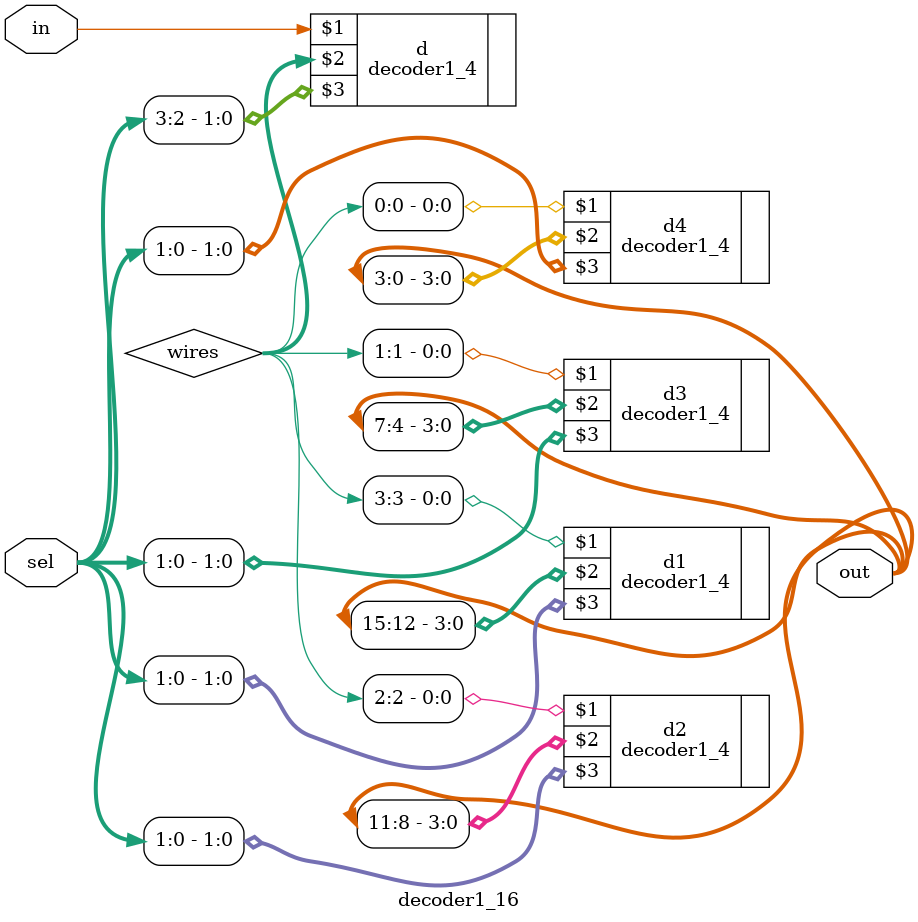
<source format=sv>
module decoder1_16 (in, out, sel);
    input logic in;
    input logic [3:0] sel;
    output logic [15:0] out;

    logic [3:0] wires;

    decoder1_4 d1 (wires[3], out[15:12], sel[1:0]);
    decoder1_4 d2 (wires[2], out[11:8], sel[1:0]);
    decoder1_4 d3 (wires[1], out[7:4], sel[1:0]);
    decoder1_4 d4 (wires[0], out[3:0], sel[1:0]);
    decoder1_4 d (in, wires[3:0], sel[3:2]);
endmodule
</source>
